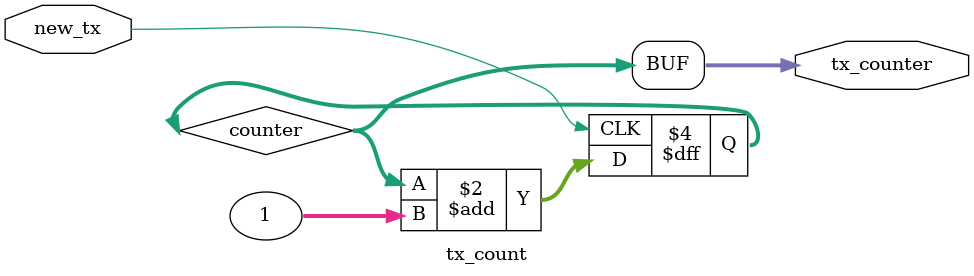
<source format=v>
`timescale 1ns / 1ps

module tx_count(
input wire new_tx,
output wire [31:0]tx_counter
);
    
reg [31:0]counter = 0;   

assign tx_counter = counter;

always @(posedge new_tx)
    begin
        counter <= counter+1;
    end
endmodule

</source>
